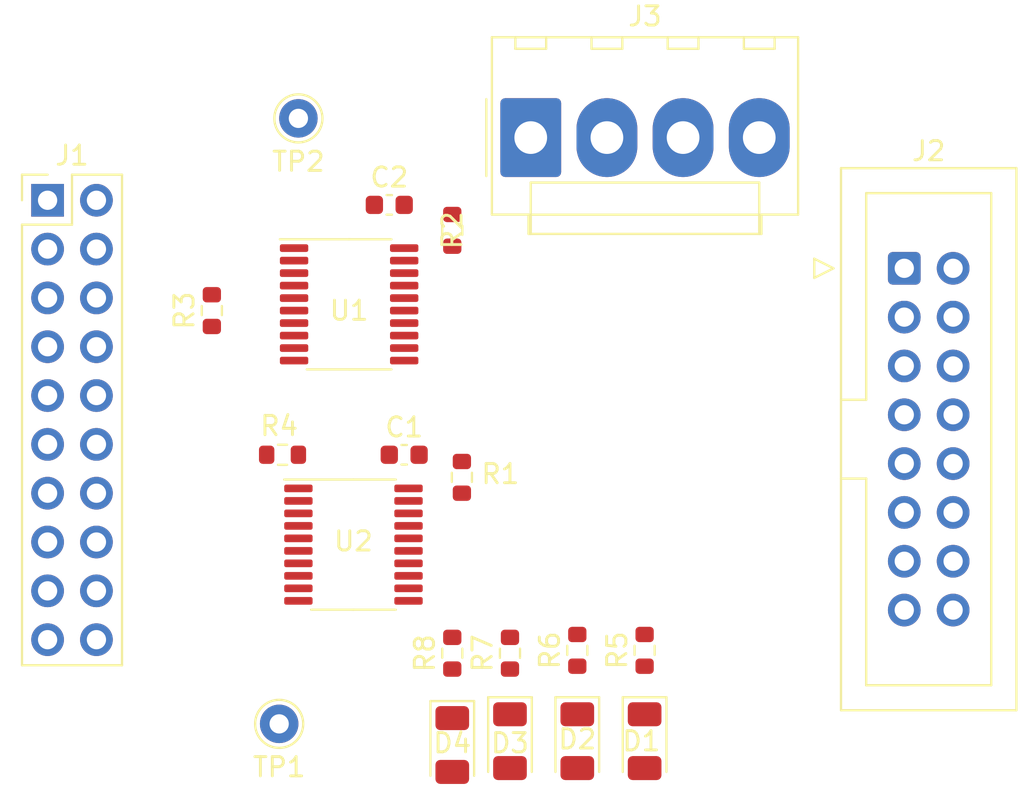
<source format=kicad_pcb>
(kicad_pcb (version 20240108) (generator "pcbnew") (generator_version "8.0")
  (layers (0 "F.Cu" signal) (31 "B.Cu" signal) (34 "B.Paste" user) (35 "F.Paste" user) (36 "B.SilkS" user "B.Silkscreen") (37 "F.SilkS" user "F.Silkscreen") (38 "B.Mask" user) (39 "F.Mask" user) (44 "Edge.Cuts" user))
  (net 0 "")
  (net 1 "+5V")
  (net 2 "GND")
  (net 3 "Net-(D1-K)")
  (net 4 "Net-(D2-K)")
  (net 5 "Net-(D3-K)")
  (net 6 "Net-(J1-Pin_9)")
  (net 7 "Net-(J1-Pin_3)")
  (net 9 "Net-(J1-Pin_1)")
  (net 10 "Net-(J1-Pin_12)")
  (net 11 "Net-(J1-Pin_13)")
  (net 12 "Net-(J1-Pin_15)")
  (net 13 "Net-(J1-Pin_8)")
  (net 14 "Net-(J1-Pin_10)")
  (net 15 "Net-(J1-Pin_17)")
  (net 16 "Net-(J1-Pin_6)")
  (net 17 "Net-(J1-Pin_14)")
  (net 18 "Net-(J1-Pin_18)")
  (net 20 "Net-(J1-Pin_16)")
  (net 21 "Net-(J1-Pin_7)")
  (net 22 "Net-(J1-Pin_5)")
  (net 23 "Net-(J1-Pin_11)")
  (net 24 "Net-(J1-Pin_4)")
  (net 25 "/CLK")
  (net 26 "/G1")
  (net 27 "/B2")
  (net 28 "/G2")
  (net 29 "/OE")
  (net 30 "/C")
  (net 31 "/R2")
  (net 32 "/LAT")
  (net 33 "/A")
  (net 34 "/R1")
  (net 35 "/B1")
  (net 36 "/B")
  (net 37 "Net-(D4-K)")
  (net 38 "Net-(U2-CE)")
  (net 39 "Net-(U1-CE)")
  (net 40 "Net-(U1-A->B)")
  (net 41 "Net-(U2-A->B)")
  (net 42 "Net-(U2-B1)")
  (net 43 "Net-(U2-B3)")
  (net 44 "Net-(U2-B7)")
  (net 45 "Net-(U2-B5)")
  (footprint "Connector_IDC:IDC-Header_2x08_P2.54mm_Vertical" (layer "F.Cu") (at 164.5 77.3)
    (property "Reference" "J2" (at 1.27 -6.1 0) (layer "F.SilkS"))
    (property "Value" "JIN")
    (fp_line (start -4.68 -0.5) (end -4.68 0.5) (stroke (width 0.12)) (layer "F.SilkS"))
    (fp_line (start -4.68 0.5) (end -3.68 0) (stroke (width 0.12)) (layer "F.SilkS"))
    (fp_line (start -3.68 0) (end -4.68 -0.5) (stroke (width 0.12)) (layer "F.SilkS"))
    (fp_line (start -3.29 -5.21) (end 5.83 -5.21) (stroke (width 0.12)) (layer "F.SilkS"))
    (fp_line (start -3.29 6.84) (end -1.98 6.84) (stroke (width 0.12)) (layer "F.SilkS"))
    (fp_line (start -3.29 22.99) (end -3.29 -5.21) (stroke (width 0.12)) (layer "F.SilkS"))
    (fp_line (start -1.98 -3.91) (end 4.52 -3.91) (stroke (width 0.12)) (layer "F.SilkS"))
    (fp_line (start -1.98 6.84) (end -1.98 -3.91) (stroke (width 0.12)) (layer "F.SilkS"))
    (fp_line (start -1.98 10.94) (end -3.29 10.94) (stroke (width 0.12)) (layer "F.SilkS"))
    (fp_line (start -1.98 10.94) (end -1.98 10.94) (stroke (width 0.12)) (layer "F.SilkS"))
    (fp_line (start -1.98 21.69) (end -1.98 10.94) (stroke (width 0.12)) (layer "F.SilkS"))
    (fp_line (start 4.52 -3.91) (end 4.52 21.69) (stroke (width 0.12)) (layer "F.SilkS"))
    (fp_line (start 4.52 21.69) (end -1.98 21.69) (stroke (width 0.12)) (layer "F.SilkS"))
    (fp_line (start 5.83 -5.21) (end 5.83 22.99) (stroke (width 0.12)) (layer "F.SilkS"))
    (fp_line (start 5.83 22.99) (end -3.29 22.99) (stroke (width 0.12)) (layer "F.SilkS"))
    (pad "1" thru_hole roundrect (at 0 0) (size 1.7 1.7) (drill 1) (layers "*.Cu" "*.Mask") (roundrect_rratio 0.147059) (net 34 "/R1"))
    (pad "2" thru_hole circle (at 2.54 0) (size 1.7 1.7) (drill 1) (layers "*.Cu" "*.Mask") (net 26 "/G1"))
    (pad "3" thru_hole circle (at 0 2.54) (size 1.7 1.7) (drill 1) (layers "*.Cu" "*.Mask") (net 35 "/B1"))
    (pad "4" thru_hole circle (at 2.54 2.54) (size 1.7 1.7) (drill 1) (layers "*.Cu" "*.Mask") (net 2 "GND"))
    (pad "5" thru_hole circle (at 0 5.08) (size 1.7 1.7) (drill 1) (layers "*.Cu" "*.Mask") (net 31 "/R2"))
    (pad "6" thru_hole circle (at 2.54 5.08) (size 1.7 1.7) (drill 1) (layers "*.Cu" "*.Mask") (net 28 "/G2"))
    (pad "7" thru_hole circle (at 0 7.62) (size 1.7 1.7) (drill 1) (layers "*.Cu" "*.Mask") (net 27 "/B2"))
    (pad "8" thru_hole circle (at 2.54 7.62) (size 1.7 1.7) (drill 1) (layers "*.Cu" "*.Mask") (net 2 "GND"))
    (pad "9" thru_hole circle (at 0 10.16) (size 1.7 1.7) (drill 1) (layers "*.Cu" "*.Mask") (net 33 "/A"))
    (pad "10" thru_hole circle (at 2.54 10.16) (size 1.7 1.7) (drill 1) (layers "*.Cu" "*.Mask") (net 36 "/B"))
    (pad "11" thru_hole circle (at 0 12.7) (size 1.7 1.7) (drill 1) (layers "*.Cu" "*.Mask") (net 30 "/C"))
    (pad "12" thru_hole circle (at 2.54 12.7) (size 1.7 1.7) (drill 1) (layers "*.Cu" "*.Mask") (net 2 "GND"))
    (pad "13" thru_hole circle (at 0 15.24) (size 1.7 1.7) (drill 1) (layers "*.Cu" "*.Mask") (net 25 "/CLK"))
    (pad "14" thru_hole circle (at 2.54 15.24) (size 1.7 1.7) (drill 1) (layers "*.Cu" "*.Mask") (net 32 "/LAT"))
    (pad "15" thru_hole circle (at 0 17.78) (size 1.7 1.7) (drill 1) (layers "*.Cu" "*.Mask") (net 29 "/OE"))
    (pad "16" thru_hole circle (at 2.54 17.78) (size 1.7 1.7) (drill 1) (layers "*.Cu" "*.Mask") (net 2 "GND"))
  )
  (footprint "Connector_PinHeader_2.54mm:PinHeader_2x10_P2.54mm_Vertical" (layer "F.Cu") (at 119.96 73.76)
    (property "Reference" "J1" (at 1.27 -2.33 360) (layer "F.SilkS"))
    (property "Value" "BANK_xx1")
    (fp_line (start -1.33 -1.33) (end 0 -1.33) (stroke (width 0.12)) (layer "F.SilkS"))
    (fp_line (start -1.33 0) (end -1.33 -1.33) (stroke (width 0.12)) (layer "F.SilkS"))
    (fp_line (start -1.33 1.27) (end -1.33 24.19) (stroke (width 0.12)) (layer "F.SilkS"))
    (fp_line (start -1.33 1.27) (end 1.27 1.27) (stroke (width 0.12)) (layer "F.SilkS"))
    (fp_line (start -1.33 24.19) (end 3.87 24.19) (stroke (width 0.12)) (layer "F.SilkS"))
    (fp_line (start 1.27 -1.33) (end 3.87 -1.33) (stroke (width 0.12)) (layer "F.SilkS"))
    (fp_line (start 1.27 1.27) (end 1.27 -1.33) (stroke (width 0.12)) (layer "F.SilkS"))
    (fp_line (start 3.87 -1.33) (end 3.87 24.19) (stroke (width 0.12)) (layer "F.SilkS"))
    (pad "1" thru_hole rect (at 0 0) (size 1.7 1.7) (drill 1) (layers "*.Cu" "*.Mask") (net 9 "Net-(J1-Pin_1)"))
    (pad "2" thru_hole oval (at 2.54 0) (size 1.7 1.7) (drill 1) (layers "*.Cu" "*.Mask") (net 2 "GND"))
    (pad "3" thru_hole oval (at 0 2.54) (size 1.7 1.7) (drill 1) (layers "*.Cu" "*.Mask") (net 7 "Net-(J1-Pin_3)"))
    (pad "4" thru_hole oval (at 2.54 2.54) (size 1.7 1.7) (drill 1) (layers "*.Cu" "*.Mask") (net 24 "Net-(J1-Pin_4)"))
    (pad "5" thru_hole oval (at 0 5.08) (size 1.7 1.7) (drill 1) (layers "*.Cu" "*.Mask") (net 22 "Net-(J1-Pin_5)"))
    (pad "6" thru_hole oval (at 2.54 5.08) (size 1.7 1.7) (drill 1) (layers "*.Cu" "*.Mask") (net 16 "Net-(J1-Pin_6)"))
    (pad "7" thru_hole oval (at 0 7.62) (size 1.7 1.7) (drill 1) (layers "*.Cu" "*.Mask") (net 21 "Net-(J1-Pin_7)"))
    (pad "8" thru_hole oval (at 2.54 7.62) (size 1.7 1.7) (drill 1) (layers "*.Cu" "*.Mask") (net 13 "Net-(J1-Pin_8)"))
    (pad "9" thru_hole oval (at 0 10.16) (size 1.7 1.7) (drill 1) (layers "*.Cu" "*.Mask") (net 6 "Net-(J1-Pin_9)"))
    (pad "10" thru_hole oval (at 2.54 10.16) (size 1.7 1.7) (drill 1) (layers "*.Cu" "*.Mask") (net 14 "Net-(J1-Pin_10)"))
    (pad "11" thru_hole oval (at 0 12.7) (size 1.7 1.7) (drill 1) (layers "*.Cu" "*.Mask") (net 23 "Net-(J1-Pin_11)"))
    (pad "12" thru_hole oval (at 2.54 12.7) (size 1.7 1.7) (drill 1) (layers "*.Cu" "*.Mask") (net 10 "Net-(J1-Pin_12)"))
    (pad "13" thru_hole oval (at 0 15.24) (size 1.7 1.7) (drill 1) (layers "*.Cu" "*.Mask") (net 11 "Net-(J1-Pin_13)"))
    (pad "14" thru_hole oval (at 2.54 15.24) (size 1.7 1.7) (drill 1) (layers "*.Cu" "*.Mask") (net 17 "Net-(J1-Pin_14)"))
    (pad "15" thru_hole oval (at 0 17.78) (size 1.7 1.7) (drill 1) (layers "*.Cu" "*.Mask") (net 12 "Net-(J1-Pin_15)"))
    (pad "16" thru_hole oval (at 2.54 17.78) (size 1.7 1.7) (drill 1) (layers "*.Cu" "*.Mask") (net 20 "Net-(J1-Pin_16)"))
    (pad "17" thru_hole oval (at 0 20.32) (size 1.7 1.7) (drill 1) (layers "*.Cu" "*.Mask") (net 15 "Net-(J1-Pin_17)"))
    (pad "18" thru_hole oval (at 2.54 20.32) (size 1.7 1.7) (drill 1) (layers "*.Cu" "*.Mask") (net 18 "Net-(J1-Pin_18)"))
    (pad "19" thru_hole oval (at 0 22.86) (size 1.7 1.7) (drill 1) (layers "*.Cu" "*.Mask"))
    (pad "20" thru_hole oval (at 2.54 22.86) (size 1.7 1.7) (drill 1) (layers "*.Cu" "*.Mask"))
  )
  (footprint "Capacitor_SMD:C_0603_1608Metric" (layer "F.Cu") (at 138.5 87)
    (property "Reference" "C1" (at 0 -1.43 360) (layer "F.SilkS"))
    (property "Value" "100n")
    (fp_line (start -0.14058 -0.51) (end 0.14058 -0.51) (stroke (width 0.12)) (layer "F.SilkS"))
    (fp_line (start -0.14058 0.51) (end 0.14058 0.51) (stroke (width 0.12)) (layer "F.SilkS"))
    (pad "1" smd roundrect (at -0.775 0) (size 0.9 0.95) (layers "F.Cu" "F.Paste" "F.Mask") (net 2 "GND"))
    (pad "2" smd roundrect (at 0.775 0) (size 0.9 0.95) (layers "F.Cu" "F.Paste" "F.Mask") (net 1 "+5V"))
  )
  (footprint "Resistor_SMD:R_0603_1608Metric" (layer "F.Cu") (at 128.5 79.5 90)
    (property "Reference" "R3" (at 0 -1.43 90) (layer "F.SilkS"))
    (property "Value" "0")
    (fp_line (start -0.237258 -0.5225) (end 0.237258 -0.5225) (stroke (width 0.12)) (layer "F.SilkS"))
    (fp_line (start -0.237258 0.5225) (end 0.237258 0.5225) (stroke (width 0.12)) (layer "F.SilkS"))
    (pad "1" smd roundrect (at -0.825 0 90) (size 0.8 0.95) (layers "F.Cu" "F.Paste" "F.Mask") (net 1 "+5V"))
    (pad "2" smd roundrect (at 0.825 0 90) (size 0.8 0.95) (layers "F.Cu" "F.Paste" "F.Mask") (net 40 "Net-(U1-A->B)"))
  )
  (footprint "LED_SMD:LED_1206_3216Metric" (layer "F.Cu") (at 147.5 101.9 -90)
    (property "Reference" "D2" (at -0.1 0 180) (layer "F.SilkS"))
    (property "Value" "0603")
    (fp_line (start -2.285 1.135) (end 1.6 1.135) (stroke (width 0.12)) (layer "F.SilkS"))
    (fp_line (start -2.285 -1.135) (end -2.285 1.135) (stroke (width 0.12)) (layer "F.SilkS"))
    (fp_line (start 1.6 -1.135) (end -2.285 -1.135) (stroke (width 0.12)) (layer "F.SilkS"))
    (pad "1" smd roundrect (at -1.4 0 270) (size 1.25 1.75) (layers "F.Cu" "F.Paste" "F.Mask") (roundrect_rratio 0.2) (net 4 "Net-(D2-K)"))
    (pad "2" smd roundrect (at 1.4 0 270) (size 1.25 1.75) (layers "F.Cu" "F.Paste" "F.Mask") (roundrect_rratio 0.2) (net 1 "+5V"))
  )
  (footprint "LED_SMD:LED_1206_3216Metric" (layer "F.Cu") (at 141 102.1 -90)
    (property "Reference" "D4" (at -0.1 0 180) (layer "F.SilkS"))
    (property "Value" "0603")
    (fp_line (start -2.285 1.135) (end 1.6 1.135) (stroke (width 0.12)) (layer "F.SilkS"))
    (fp_line (start -2.285 -1.135) (end -2.285 1.135) (stroke (width 0.12)) (layer "F.SilkS"))
    (fp_line (start 1.6 -1.135) (end -2.285 -1.135) (stroke (width 0.12)) (layer "F.SilkS"))
    (pad "1" smd roundrect (at -1.4 0 270) (size 1.25 1.75) (layers "F.Cu" "F.Paste" "F.Mask") (roundrect_rratio 0.2) (net 37 "Net-(D4-K)"))
    (pad "2" smd roundrect (at 1.4 0 270) (size 1.25 1.75) (layers "F.Cu" "F.Paste" "F.Mask") (roundrect_rratio 0.2) (net 1 "+5V"))
  )
  (footprint "Resistor_SMD:R_0603_1608Metric" (layer "F.Cu") (at 132.175 87 180)
    (property "Reference" "R4" (at 0.175 1.5 360) (layer "F.SilkS"))
    (property "Value" "0")
    (fp_line (start -0.237258 0.5225) (end 0.237258 0.5225) (stroke (width 0.12)) (layer "F.SilkS"))
    (fp_line (start -0.237258 -0.5225) (end 0.237258 -0.5225) (stroke (width 0.12)) (layer "F.SilkS"))
    (pad "1" smd roundrect (at -0.825 0 180) (size 0.8 0.95) (layers "F.Cu" "F.Paste" "F.Mask") (net 41 "Net-(U2-A->B)"))
    (pad "2" smd roundrect (at 0.825 0 180) (size 0.8 0.95) (layers "F.Cu" "F.Paste" "F.Mask") (net 1 "+5V"))
  )
  (footprint "Resistor_SMD:R_0603_1608Metric" (layer "F.Cu") (at 141.5 88.175 90)
    (property "Reference" "R1" (at 0.175 2 0) (layer "F.SilkS"))
    (property "Value" "0")
    (fp_line (start -0.237258 -0.5225) (end 0.237258 -0.5225) (stroke (width 0.12)) (layer "F.SilkS"))
    (fp_line (start -0.237258 0.5225) (end 0.237258 0.5225) (stroke (width 0.12)) (layer "F.SilkS"))
    (pad "1" smd roundrect (at -0.825 0 90) (size 0.8 0.95) (layers "F.Cu" "F.Paste" "F.Mask") (net 38 "Net-(U2-CE)"))
    (pad "2" smd roundrect (at 0.825 0 90) (size 0.8 0.95) (layers "F.Cu" "F.Paste" "F.Mask") (net 2 "GND"))
  )
  (footprint "Resistor_SMD:R_0603_1608Metric" (layer "F.Cu") (at 144 97.325 90)
    (property "Reference" "R7" (at 0 -1.43 90) (layer "F.SilkS"))
    (property "Value" "2.2k")
    (fp_line (start -0.237258 -0.5225) (end 0.237258 -0.5225) (stroke (width 0.12)) (layer "F.SilkS"))
    (fp_line (start -0.237258 0.5225) (end 0.237258 0.5225) (stroke (width 0.12)) (layer "F.SilkS"))
    (pad "1" smd roundrect (at -0.825 0 90) (size 0.8 0.95) (layers "F.Cu" "F.Paste" "F.Mask") (net 5 "Net-(D3-K)"))
    (pad "2" smd roundrect (at 0.825 0 90) (size 0.8 0.95) (layers "F.Cu" "F.Paste" "F.Mask") (net 44 "Net-(U2-B7)"))
  )
  (footprint "Connector_Pin:Pin_D1.0mm_L10.0mm" (layer "F.Cu") (at 133 69.5)
    (property "Reference" "TP2" (at 0 2.25 0) (layer "F.SilkS"))
    (property "Value" "VDD_BANK")
    (fp_circle (center 0 0) (end 1.25 0.05) (stroke (width 0.12)) (fill none) (layer "F.SilkS"))
    (pad "1" thru_hole circle (at 0 0) (size 2 2) (drill 1) (layers "*.Cu" "*.Mask") (net 9 "Net-(J1-Pin_1)"))
  )
  (footprint "Resistor_SMD:R_0603_1608Metric" (layer "F.Cu") (at 141 97.325 90)
    (property "Reference" "R8" (at 0 -1.43 90) (layer "F.SilkS"))
    (property "Value" "2.2k")
    (fp_line (start -0.237258 -0.5225) (end 0.237258 -0.5225) (stroke (width 0.12)) (layer "F.SilkS"))
    (fp_line (start -0.237258 0.5225) (end 0.237258 0.5225) (stroke (width 0.12)) (layer "F.SilkS"))
    (pad "1" smd roundrect (at -0.825 0 90) (size 0.8 0.95) (layers "F.Cu" "F.Paste" "F.Mask") (net 37 "Net-(D4-K)"))
    (pad "2" smd roundrect (at 0.825 0 90) (size 0.8 0.95) (layers "F.Cu" "F.Paste" "F.Mask") (net 45 "Net-(U2-B5)"))
  )
  (footprint "Resistor_SMD:R_0603_1608Metric" (layer "F.Cu") (at 151 97.175 90)
    (property "Reference" "R5" (at 0 -1.43 90) (layer "F.SilkS"))
    (property "Value" "2.2k")
    (fp_line (start -0.237258 -0.5225) (end 0.237258 -0.5225) (stroke (width 0.12)) (layer "F.SilkS"))
    (fp_line (start -0.237258 0.5225) (end 0.237258 0.5225) (stroke (width 0.12)) (layer "F.SilkS"))
    (pad "1" smd roundrect (at -0.825 0 90) (size 0.8 0.95) (layers "F.Cu" "F.Paste" "F.Mask") (net 3 "Net-(D1-K)"))
    (pad "2" smd roundrect (at 0.825 0 90) (size 0.8 0.95) (layers "F.Cu" "F.Paste" "F.Mask") (net 42 "Net-(U2-B1)"))
  )
  (footprint "Package_SO:TSSOP-20_4.4x6.5mm_P0.65mm" (layer "F.Cu") (at 135.8625 91.675)
    (property "Reference" "U2" (at 0 -0.175 360) (layer "F.SilkS"))
    (property "Value" "74HC245")
    (fp_line (start 0 -3.385) (end -3.6 -3.385) (stroke (width 0.12)) (layer "F.SilkS"))
    (fp_line (start 0 -3.385) (end 2.2 -3.385) (stroke (width 0.12)) (layer "F.SilkS"))
    (fp_line (start 0 3.385) (end -2.2 3.385) (stroke (width 0.12)) (layer "F.SilkS"))
    (fp_line (start 0 3.385) (end 2.2 3.385) (stroke (width 0.12)) (layer "F.SilkS"))
    (pad "1" smd roundrect (at -2.8625 -2.925) (size 1.475 0.4) (layers "F.Cu" "F.Paste" "F.Mask") (net 41 "Net-(U2-A->B)"))
    (pad "2" smd roundrect (at -2.8625 -2.275) (size 1.475 0.4) (layers "F.Cu" "F.Paste" "F.Mask") (net 18 "Net-(J1-Pin_18)"))
    (pad "3" smd roundrect (at -2.8625 -1.625) (size 1.475 0.4) (layers "F.Cu" "F.Paste" "F.Mask") (net 20 "Net-(J1-Pin_16)"))
    (pad "4" smd roundrect (at -2.8625 -0.975) (size 1.475 0.4) (layers "F.Cu" "F.Paste" "F.Mask") (net 17 "Net-(J1-Pin_14)"))
    (pad "5" smd roundrect (at -2.8625 -0.325) (size 1.475 0.4) (layers "F.Cu" "F.Paste" "F.Mask") (net 10 "Net-(J1-Pin_12)"))
    (pad "6" smd roundrect (at -2.8625 0.325) (size 1.475 0.4) (layers "F.Cu" "F.Paste" "F.Mask") (net 14 "Net-(J1-Pin_10)"))
    (pad "7" smd roundrect (at -2.8625 0.975) (size 1.475 0.4) (layers "F.Cu" "F.Paste" "F.Mask") (net 13 "Net-(J1-Pin_8)"))
    (pad "8" smd roundrect (at -2.8625 1.625) (size 1.475 0.4) (layers "F.Cu" "F.Paste" "F.Mask") (net 16 "Net-(J1-Pin_6)"))
    (pad "9" smd roundrect (at -2.8625 2.275) (size 1.475 0.4) (layers "F.Cu" "F.Paste" "F.Mask") (net 24 "Net-(J1-Pin_4)"))
    (pad "10" smd roundrect (at -2.8625 2.925) (size 1.475 0.4) (layers "F.Cu" "F.Paste" "F.Mask") (net 2 "GND"))
    (pad "11" smd roundrect (at 2.8625 2.925) (size 1.475 0.4) (layers "F.Cu" "F.Paste" "F.Mask") (net 44 "Net-(U2-B7)"))
    (pad "12" smd roundrect (at 2.8625 2.275) (size 1.475 0.4) (layers "F.Cu" "F.Paste" "F.Mask") (net 32 "/LAT"))
    (pad "13" smd roundrect (at 2.8625 1.625) (size 1.475 0.4) (layers "F.Cu" "F.Paste" "F.Mask") (net 45 "Net-(U2-B5)"))
    (pad "14" smd roundrect (at 2.8625 0.975) (size 1.475 0.4) (layers "F.Cu" "F.Paste" "F.Mask") (net 36 "/B"))
    (pad "15" smd roundrect (at 2.8625 0.325) (size 1.475 0.4) (layers "F.Cu" "F.Paste" "F.Mask") (net 43 "Net-(U2-B3)"))
    (pad "16" smd roundrect (at 2.8625 -0.325) (size 1.475 0.4) (layers "F.Cu" "F.Paste" "F.Mask") (net 28 "/G2"))
    (pad "17" smd roundrect (at 2.8625 -0.975) (size 1.475 0.4) (layers "F.Cu" "F.Paste" "F.Mask") (net 42 "Net-(U2-B1)"))
    (pad "18" smd roundrect (at 2.8625 -1.625) (size 1.475 0.4) (layers "F.Cu" "F.Paste" "F.Mask") (net 26 "/G1"))
    (pad "19" smd roundrect (at 2.8625 -2.275) (size 1.475 0.4) (layers "F.Cu" "F.Paste" "F.Mask") (net 38 "Net-(U2-CE)"))
    (pad "20" smd roundrect (at 2.8625 -2.925) (size 1.475 0.4) (layers "F.Cu" "F.Paste" "F.Mask") (net 1 "+5V"))
  )
  (footprint "Connector_Molex:Molex_KK-396_A-41791-0004_1x04_P3.96mm_Vertical" (layer "F.Cu") (at 145.08 70.5)
    (property "Reference" "J3" (at 5.94 -6.31 0) (layer "F.SilkS"))
    (property "Value" "POWER")
    (fp_line (start -2.31 -2) (end -2.31 2) (stroke (width 0.12)) (layer "F.SilkS"))
    (fp_line (start -2.02 -5.22) (end 13.9 -5.22) (stroke (width 0.12)) (layer "F.SilkS"))
    (fp_line (start -2.02 4.005) (end -2.02 -5.22) (stroke (width 0.12)) (layer "F.SilkS"))
    (fp_line (start -0.8 -5.22) (end -0.8 -4.62) (stroke (width 0.12)) (layer "F.SilkS"))
    (fp_line (start -0.8 -4.62) (end 0.8 -4.62) (stroke (width 0.12)) (layer "F.SilkS"))
    (fp_line (start -0.115 4.005) (end -2.02 4.005) (stroke (width 0.12)) (layer "F.SilkS"))
    (fp_line (start -0.115 5.01) (end -0.115 4.005) (stroke (width 0.12)) (layer "F.SilkS"))
    (fp_line (start 0 2.34) (end 11.88 2.34) (stroke (width 0.12)) (layer "F.SilkS"))
    (fp_line (start 0 4.01) (end 0 2.34) (stroke (width 0.12)) (layer "F.SilkS"))
    (fp_line (start 0 4.01) (end 11.88 4.01) (stroke (width 0.12)) (layer "F.SilkS"))
    (fp_line (start 0 5.01) (end 0 4.01) (stroke (width 0.12)) (layer "F.SilkS"))
    (fp_line (start 0.8 -4.62) (end 0.8 -5.22) (stroke (width 0.12)) (layer "F.SilkS"))
    (fp_line (start 3.16 -5.22) (end 3.16 -4.62) (stroke (width 0.12)) (layer "F.SilkS"))
    (fp_line (start 3.16 -4.62) (end 4.76 -4.62) (stroke (width 0.12)) (layer "F.SilkS"))
    (fp_line (start 4.76 -4.62) (end 4.76 -5.22) (stroke (width 0.12)) (layer "F.SilkS"))
    (fp_line (start 7.12 -5.22) (end 7.12 -4.62) (stroke (width 0.12)) (layer "F.SilkS"))
    (fp_line (start 7.12 -4.62) (end 8.72 -4.62) (stroke (width 0.12)) (layer "F.SilkS"))
    (fp_line (start 8.72 -4.62) (end 8.72 -5.22) (stroke (width 0.12)) (layer "F.SilkS"))
    (fp_line (start 11.08 -5.22) (end 11.08 -4.62) (stroke (width 0.12)) (layer "F.SilkS"))
    (fp_line (start 11.08 -4.62) (end 12.68 -4.62) (stroke (width 0.12)) (layer "F.SilkS"))
    (fp_line (start 11.88 2.34) (end 11.88 4.01) (stroke (width 0.12)) (layer "F.SilkS"))
    (fp_line (start 11.88 4.01) (end 11.88 5.01) (stroke (width 0.12)) (layer "F.SilkS"))
    (fp_line (start 11.995 4.005) (end 11.995 5.01) (stroke (width 0.12)) (layer "F.SilkS"))
    (fp_line (start 11.995 5.01) (end -0.115 5.01) (stroke (width 0.12)) (layer "F.SilkS"))
    (fp_line (start 12.68 -4.62) (end 12.68 -5.22) (stroke (width 0.12)) (layer "F.SilkS"))
    (fp_line (start 13.9 -5.22) (end 13.9 4.005) (stroke (width 0.12)) (layer "F.SilkS"))
    (fp_line (start 13.9 4.005) (end 11.995 4.005) (stroke (width 0.12)) (layer "F.SilkS"))
    (pad "1" thru_hole roundrect (at 0 0) (size 3.16 4.1) (drill 1.7) (layers "*.Cu" "*.Mask") (roundrect_rratio 0.079114) (net 1 "+5V"))
    (pad "2" thru_hole oval (at 3.96 0) (size 3.16 4.1) (drill 1.7) (layers "*.Cu" "*.Mask") (net 1 "+5V"))
    (pad "3" thru_hole oval (at 7.92 0) (size 3.16 4.1) (drill 1.7) (layers "*.Cu" "*.Mask") (net 2 "GND"))
    (pad "4" thru_hole oval (at 11.88 0) (size 3.16 4.1) (drill 1.7) (layers "*.Cu" "*.Mask") (net 2 "GND"))
  )
  (footprint "Connector_Pin:Pin_D1.0mm_L10.0mm" (layer "F.Cu") (at 132 101)
    (property "Reference" "TP1" (at 0 2.25 0) (layer "F.SilkS"))
    (property "Value" "GND_TEST")
    (fp_circle (center 0 0) (end 1.25 0.05) (stroke (width 0.12)) (fill none) (layer "F.SilkS"))
    (pad "1" thru_hole circle (at 0 0) (size 2 2) (drill 1) (layers "*.Cu" "*.Mask") (net 2 "GND"))
  )
  (footprint "LED_SMD:LED_1206_3216Metric" (layer "F.Cu") (at 151 101.9 -90)
    (property "Reference" "D1" (at 0 0.17 180) (layer "F.SilkS"))
    (property "Value" "0603")
    (fp_line (start -2.285 1.135) (end 1.6 1.135) (stroke (width 0.12)) (layer "F.SilkS"))
    (fp_line (start -2.285 -1.135) (end -2.285 1.135) (stroke (width 0.12)) (layer "F.SilkS"))
    (fp_line (start 1.6 -1.135) (end -2.285 -1.135) (stroke (width 0.12)) (layer "F.SilkS"))
    (pad "1" smd roundrect (at -1.4 0 270) (size 1.25 1.75) (layers "F.Cu" "F.Paste" "F.Mask") (roundrect_rratio 0.2) (net 3 "Net-(D1-K)"))
    (pad "2" smd roundrect (at 1.4 0 270) (size 1.25 1.75) (layers "F.Cu" "F.Paste" "F.Mask") (roundrect_rratio 0.2) (net 1 "+5V"))
  )
  (footprint "Resistor_SMD:R_0603_1608Metric" (layer "F.Cu") (at 141 75.325 90)
    (property "Reference" "R2" (at 0 0 90) (layer "F.SilkS"))
    (property "Value" "0")
    (fp_line (start -0.237258 -0.5225) (end 0.237258 -0.5225) (stroke (width 0.12)) (layer "F.SilkS"))
    (fp_line (start -0.237258 0.5225) (end 0.237258 0.5225) (stroke (width 0.12)) (layer "F.SilkS"))
    (pad "1" smd roundrect (at -0.825 0 90) (size 0.8 0.95) (layers "F.Cu" "F.Paste" "F.Mask") (net 39 "Net-(U1-CE)"))
    (pad "2" smd roundrect (at 0.825 0 90) (size 0.8 0.95) (layers "F.Cu" "F.Paste" "F.Mask") (net 2 "GND"))
  )
  (footprint "Resistor_SMD:R_0603_1608Metric" (layer "F.Cu") (at 147.5 97.175 90)
    (property "Reference" "R6" (at 0 -1.43 90) (layer "F.SilkS"))
    (property "Value" "2.2k")
    (fp_line (start -0.237258 -0.5225) (end 0.237258 -0.5225) (stroke (width 0.12)) (layer "F.SilkS"))
    (fp_line (start -0.237258 0.5225) (end 0.237258 0.5225) (stroke (width 0.12)) (layer "F.SilkS"))
    (pad "1" smd roundrect (at -0.825 0 90) (size 0.8 0.95) (layers "F.Cu" "F.Paste" "F.Mask") (net 4 "Net-(D2-K)"))
    (pad "2" smd roundrect (at 0.825 0 90) (size 0.8 0.95) (layers "F.Cu" "F.Paste" "F.Mask") (net 43 "Net-(U2-B3)"))
  )
  (footprint "Package_SO:TSSOP-20_4.4x6.5mm_P0.65mm" (layer "F.Cu") (at 135.6375 79.175)
    (property "Reference" "U1" (at 0 0.325 0) (layer "F.SilkS"))
    (property "Value" "74HC245")
    (fp_line (start 0 -3.385) (end -3.6 -3.385) (stroke (width 0.12)) (layer "F.SilkS"))
    (fp_line (start 0 -3.385) (end 2.2 -3.385) (stroke (width 0.12)) (layer "F.SilkS"))
    (fp_line (start 0 3.385) (end -2.2 3.385) (stroke (width 0.12)) (layer "F.SilkS"))
    (fp_line (start 0 3.385) (end 2.2 3.385) (stroke (width 0.12)) (layer "F.SilkS"))
    (pad "1" smd roundrect (at -2.8625 -2.925) (size 1.475 0.4) (layers "F.Cu" "F.Paste" "F.Mask") (net 40 "Net-(U1-A->B)"))
    (pad "2" smd roundrect (at -2.8625 -2.275) (size 1.475 0.4) (layers "F.Cu" "F.Paste" "F.Mask") (net 15 "Net-(J1-Pin_17)"))
    (pad "3" smd roundrect (at -2.8625 -1.625) (size 1.475 0.4) (layers "F.Cu" "F.Paste" "F.Mask") (net 12 "Net-(J1-Pin_15)"))
    (pad "4" smd roundrect (at -2.8625 -0.975) (size 1.475 0.4) (layers "F.Cu" "F.Paste" "F.Mask") (net 11 "Net-(J1-Pin_13)"))
    (pad "5" smd roundrect (at -2.8625 -0.325) (size 1.475 0.4) (layers "F.Cu" "F.Paste" "F.Mask") (net 23 "Net-(J1-Pin_11)"))
    (pad "6" smd roundrect (at -2.8625 0.325) (size 1.475 0.4) (layers "F.Cu" "F.Paste" "F.Mask") (net 6 "Net-(J1-Pin_9)"))
    (pad "7" smd roundrect (at -2.8625 0.975) (size 1.475 0.4) (layers "F.Cu" "F.Paste" "F.Mask") (net 21 "Net-(J1-Pin_7)"))
    (pad "8" smd roundrect (at -2.8625 1.625) (size 1.475 0.4) (layers "F.Cu" "F.Paste" "F.Mask") (net 22 "Net-(J1-Pin_5)"))
    (pad "9" smd roundrect (at -2.8625 2.275) (size 1.475 0.4) (layers "F.Cu" "F.Paste" "F.Mask") (net 7 "Net-(J1-Pin_3)"))
    (pad "10" smd roundrect (at -2.8625 2.925) (size 1.475 0.4) (layers "F.Cu" "F.Paste" "F.Mask") (net 2 "GND"))
    (pad "11" smd roundrect (at 2.8625 2.925) (size 1.475 0.4) (layers "F.Cu" "F.Paste" "F.Mask") (net 29 "/OE"))
    (pad "12" smd roundrect (at 2.8625 2.275) (size 1.475 0.4) (layers "F.Cu" "F.Paste" "F.Mask") (net 25 "/CLK"))
    (pad "13" smd roundrect (at 2.8625 1.625) (size 1.475 0.4) (layers "F.Cu" "F.Paste" "F.Mask") (net 30 "/C"))
    (pad "14" smd roundrect (at 2.8625 0.975) (size 1.475 0.4) (layers "F.Cu" "F.Paste" "F.Mask") (net 33 "/A"))
    (pad "15" smd roundrect (at 2.8625 0.325) (size 1.475 0.4) (layers "F.Cu" "F.Paste" "F.Mask") (net 27 "/B2"))
    (pad "16" smd roundrect (at 2.8625 -0.325) (size 1.475 0.4) (layers "F.Cu" "F.Paste" "F.Mask") (net 31 "/R2"))
    (pad "17" smd roundrect (at 2.8625 -0.975) (size 1.475 0.4) (layers "F.Cu" "F.Paste" "F.Mask") (net 35 "/B1"))
    (pad "18" smd roundrect (at 2.8625 -1.625) (size 1.475 0.4) (layers "F.Cu" "F.Paste" "F.Mask") (net 34 "/R1"))
    (pad "19" smd roundrect (at 2.8625 -2.275) (size 1.475 0.4) (layers "F.Cu" "F.Paste" "F.Mask") (net 39 "Net-(U1-CE)"))
    (pad "20" smd roundrect (at 2.8625 -2.925) (size 1.475 0.4) (layers "F.Cu" "F.Paste" "F.Mask") (net 1 "+5V"))
  )
  (footprint "LED_SMD:LED_1206_3216Metric" (layer "F.Cu") (at 144 101.9 -90)
    (property "Reference" "D3" (at 0.1 0 180) (layer "F.SilkS"))
    (property "Value" "0603")
    (fp_line (start -2.285 1.135) (end 1.6 1.135) (stroke (width 0.12)) (layer "F.SilkS"))
    (fp_line (start -2.285 -1.135) (end -2.285 1.135) (stroke (width 0.12)) (layer "F.SilkS"))
    (fp_line (start 1.6 -1.135) (end -2.285 -1.135) (stroke (width 0.12)) (layer "F.SilkS"))
    (pad "1" smd roundrect (at -1.4 0 270) (size 1.25 1.75) (layers "F.Cu" "F.Paste" "F.Mask") (roundrect_rratio 0.2) (net 5 "Net-(D3-K)"))
    (pad "2" smd roundrect (at 1.4 0 270) (size 1.25 1.75) (layers "F.Cu" "F.Paste" "F.Mask") (roundrect_rratio 0.2) (net 1 "+5V"))
  )
  (footprint "Capacitor_SMD:C_0603_1608Metric" (layer "F.Cu") (at 137.725 74)
    (property "Reference" "C2" (at 0 -1.43 0) (layer "F.SilkS"))
    (property "Value" "100n")
    (fp_line (start -0.14058 -0.51) (end 0.14058 -0.51) (stroke (width 0.12)) (layer "F.SilkS"))
    (fp_line (start -0.14058 0.51) (end 0.14058 0.51) (stroke (width 0.12)) (layer "F.SilkS"))
    (pad "1" smd roundrect (at -0.775 0) (size 0.9 0.95) (layers "F.Cu" "F.Paste" "F.Mask") (net 2 "GND"))
    (pad "2" smd roundrect (at 0.775 0) (size 0.9 0.95) (layers "F.Cu" "F.Paste" "F.Mask") (net 1 "+5V"))
  )
)
</source>
